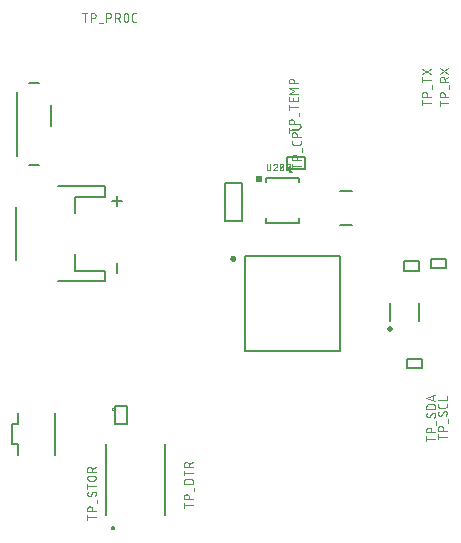
<source format=gbr>
G04 EAGLE Gerber RS-274X export*
G75*
%MOMM*%
%FSLAX34Y34*%
%LPD*%
%INSilkscreen Top*%
%IPPOS*%
%AMOC8*
5,1,8,0,0,1.08239X$1,22.5*%
G01*
%ADD10C,0.150000*%
%ADD11C,0.500000*%
%ADD12C,0.127000*%
%ADD13C,0.177800*%
%ADD14C,0.203200*%
%ADD15C,0.076200*%
%ADD16C,0.254000*%
%ADD17C,0.101600*%
%ADD18R,0.500000X0.500000*%
%ADD19C,0.050800*%
%ADD20C,0.152400*%
%ADD21C,0.200000*%


D10*
X322014Y180976D02*
X322014Y196976D01*
X346514Y196976D02*
X346514Y180976D01*
D11*
X321894Y174246D03*
D12*
X5560Y232770D02*
X5560Y277770D01*
X40560Y295270D02*
X80560Y295270D01*
X80560Y286770D01*
X55560Y286770D01*
X55560Y272770D01*
X55560Y237770D02*
X55560Y223770D01*
X80560Y223770D01*
X80560Y215270D01*
X40560Y215270D01*
D13*
X90791Y279019D02*
X90791Y287316D01*
X94940Y283168D02*
X86642Y283168D01*
X90791Y230166D02*
X90791Y221869D01*
D12*
X356966Y233870D02*
X368966Y233870D01*
X368966Y225870D02*
X356966Y225870D01*
X356616Y226060D02*
X356616Y233680D01*
X369316Y233680D02*
X369316Y226060D01*
X348646Y141542D02*
X336646Y141542D01*
X336646Y149542D02*
X348646Y149542D01*
X348996Y149352D02*
X348996Y141732D01*
X336296Y141732D02*
X336296Y149352D01*
X334106Y231838D02*
X346106Y231838D01*
X346106Y223838D02*
X334106Y223838D01*
X333756Y224028D02*
X333756Y231648D01*
X346456Y231648D02*
X346456Y224028D01*
X38306Y103098D02*
X38306Y68098D01*
X6606Y94098D02*
X6606Y103098D01*
X6606Y94098D02*
X1606Y94098D01*
X1606Y77098D01*
X6606Y77098D01*
X6606Y68098D01*
D14*
X16050Y313210D02*
X24590Y313210D01*
X24590Y382750D02*
X16050Y382750D01*
X6050Y374980D02*
X6050Y320980D01*
X34590Y346710D02*
X34590Y364250D01*
D15*
X364015Y365799D02*
X371381Y365799D01*
X364015Y363753D02*
X364015Y367845D01*
X364015Y370942D02*
X371381Y370942D01*
X364015Y370942D02*
X364015Y372988D01*
X364017Y373077D01*
X364023Y373166D01*
X364033Y373255D01*
X364046Y373343D01*
X364063Y373431D01*
X364085Y373518D01*
X364110Y373603D01*
X364138Y373688D01*
X364171Y373771D01*
X364207Y373853D01*
X364246Y373933D01*
X364289Y374011D01*
X364335Y374087D01*
X364385Y374162D01*
X364438Y374234D01*
X364494Y374303D01*
X364553Y374370D01*
X364614Y374435D01*
X364679Y374496D01*
X364746Y374555D01*
X364815Y374611D01*
X364887Y374664D01*
X364962Y374714D01*
X365038Y374760D01*
X365116Y374803D01*
X365196Y374842D01*
X365278Y374878D01*
X365361Y374911D01*
X365446Y374939D01*
X365531Y374964D01*
X365618Y374986D01*
X365706Y375003D01*
X365794Y375016D01*
X365883Y375026D01*
X365972Y375032D01*
X366061Y375034D01*
X366150Y375032D01*
X366239Y375026D01*
X366328Y375016D01*
X366416Y375003D01*
X366504Y374986D01*
X366591Y374964D01*
X366676Y374939D01*
X366761Y374911D01*
X366844Y374878D01*
X366926Y374842D01*
X367006Y374803D01*
X367084Y374760D01*
X367160Y374714D01*
X367235Y374664D01*
X367307Y374611D01*
X367376Y374555D01*
X367443Y374496D01*
X367508Y374435D01*
X367569Y374370D01*
X367628Y374303D01*
X367684Y374234D01*
X367737Y374162D01*
X367787Y374087D01*
X367833Y374011D01*
X367876Y373933D01*
X367915Y373853D01*
X367951Y373771D01*
X367984Y373688D01*
X368012Y373603D01*
X368037Y373518D01*
X368059Y373431D01*
X368076Y373343D01*
X368089Y373255D01*
X368099Y373166D01*
X368105Y373077D01*
X368107Y372988D01*
X368107Y370942D01*
X372199Y377573D02*
X372199Y380847D01*
X371381Y384043D02*
X364015Y384043D01*
X364015Y386089D01*
X364017Y386178D01*
X364023Y386267D01*
X364033Y386356D01*
X364046Y386444D01*
X364063Y386532D01*
X364085Y386619D01*
X364110Y386704D01*
X364138Y386789D01*
X364171Y386872D01*
X364207Y386954D01*
X364246Y387034D01*
X364289Y387112D01*
X364335Y387188D01*
X364385Y387263D01*
X364438Y387335D01*
X364494Y387404D01*
X364553Y387471D01*
X364614Y387536D01*
X364679Y387597D01*
X364746Y387656D01*
X364815Y387712D01*
X364887Y387765D01*
X364962Y387815D01*
X365038Y387861D01*
X365116Y387904D01*
X365196Y387943D01*
X365278Y387979D01*
X365361Y388012D01*
X365446Y388040D01*
X365531Y388065D01*
X365618Y388087D01*
X365706Y388104D01*
X365794Y388117D01*
X365883Y388127D01*
X365972Y388133D01*
X366061Y388135D01*
X366150Y388133D01*
X366239Y388127D01*
X366328Y388117D01*
X366416Y388104D01*
X366504Y388087D01*
X366591Y388065D01*
X366676Y388040D01*
X366761Y388012D01*
X366844Y387979D01*
X366926Y387943D01*
X367006Y387904D01*
X367084Y387861D01*
X367160Y387815D01*
X367235Y387765D01*
X367307Y387712D01*
X367376Y387656D01*
X367443Y387597D01*
X367508Y387536D01*
X367569Y387471D01*
X367628Y387404D01*
X367684Y387335D01*
X367737Y387263D01*
X367787Y387188D01*
X367833Y387112D01*
X367876Y387034D01*
X367915Y386954D01*
X367951Y386872D01*
X367984Y386789D01*
X368012Y386704D01*
X368037Y386619D01*
X368059Y386532D01*
X368076Y386444D01*
X368089Y386356D01*
X368099Y386267D01*
X368105Y386178D01*
X368107Y386089D01*
X368107Y384043D01*
X368107Y386498D02*
X371381Y388135D01*
X371381Y390898D02*
X364015Y395808D01*
X364015Y390898D02*
X371381Y395808D01*
X356395Y366307D02*
X349029Y366307D01*
X349029Y364261D02*
X349029Y368353D01*
X349029Y371450D02*
X356395Y371450D01*
X349029Y371450D02*
X349029Y373496D01*
X349031Y373585D01*
X349037Y373674D01*
X349047Y373763D01*
X349060Y373851D01*
X349077Y373939D01*
X349099Y374026D01*
X349124Y374111D01*
X349152Y374196D01*
X349185Y374279D01*
X349221Y374361D01*
X349260Y374441D01*
X349303Y374519D01*
X349349Y374595D01*
X349399Y374670D01*
X349452Y374742D01*
X349508Y374811D01*
X349567Y374878D01*
X349628Y374943D01*
X349693Y375004D01*
X349760Y375063D01*
X349829Y375119D01*
X349901Y375172D01*
X349976Y375222D01*
X350052Y375268D01*
X350130Y375311D01*
X350210Y375350D01*
X350292Y375386D01*
X350375Y375419D01*
X350460Y375447D01*
X350545Y375472D01*
X350632Y375494D01*
X350720Y375511D01*
X350808Y375524D01*
X350897Y375534D01*
X350986Y375540D01*
X351075Y375542D01*
X351164Y375540D01*
X351253Y375534D01*
X351342Y375524D01*
X351430Y375511D01*
X351518Y375494D01*
X351605Y375472D01*
X351690Y375447D01*
X351775Y375419D01*
X351858Y375386D01*
X351940Y375350D01*
X352020Y375311D01*
X352098Y375268D01*
X352174Y375222D01*
X352249Y375172D01*
X352321Y375119D01*
X352390Y375063D01*
X352457Y375004D01*
X352522Y374943D01*
X352583Y374878D01*
X352642Y374811D01*
X352698Y374742D01*
X352751Y374670D01*
X352801Y374595D01*
X352847Y374519D01*
X352890Y374441D01*
X352929Y374361D01*
X352965Y374279D01*
X352998Y374196D01*
X353026Y374111D01*
X353051Y374026D01*
X353073Y373939D01*
X353090Y373851D01*
X353103Y373763D01*
X353113Y373674D01*
X353119Y373585D01*
X353121Y373496D01*
X353121Y371450D01*
X357213Y378081D02*
X357213Y381355D01*
X356395Y385814D02*
X349029Y385814D01*
X349029Y383768D02*
X349029Y387860D01*
X349029Y395097D02*
X356395Y390186D01*
X356395Y395097D02*
X349029Y390186D01*
D12*
X199522Y236342D02*
X199522Y156342D01*
X199522Y236342D02*
X279522Y236342D01*
X279522Y156342D01*
X199522Y156342D01*
D16*
X187452Y234442D02*
X187454Y234513D01*
X187460Y234584D01*
X187470Y234655D01*
X187484Y234725D01*
X187502Y234794D01*
X187523Y234861D01*
X187549Y234928D01*
X187578Y234993D01*
X187610Y235056D01*
X187647Y235118D01*
X187686Y235177D01*
X187729Y235234D01*
X187775Y235288D01*
X187824Y235340D01*
X187876Y235389D01*
X187930Y235435D01*
X187987Y235478D01*
X188046Y235517D01*
X188108Y235554D01*
X188171Y235586D01*
X188236Y235615D01*
X188303Y235641D01*
X188370Y235662D01*
X188439Y235680D01*
X188509Y235694D01*
X188580Y235704D01*
X188651Y235710D01*
X188722Y235712D01*
X188793Y235710D01*
X188864Y235704D01*
X188935Y235694D01*
X189005Y235680D01*
X189074Y235662D01*
X189141Y235641D01*
X189208Y235615D01*
X189273Y235586D01*
X189336Y235554D01*
X189398Y235517D01*
X189457Y235478D01*
X189514Y235435D01*
X189568Y235389D01*
X189620Y235340D01*
X189669Y235288D01*
X189715Y235234D01*
X189758Y235177D01*
X189797Y235118D01*
X189834Y235056D01*
X189866Y234993D01*
X189895Y234928D01*
X189921Y234861D01*
X189942Y234794D01*
X189960Y234725D01*
X189974Y234655D01*
X189984Y234584D01*
X189990Y234513D01*
X189992Y234442D01*
X189990Y234371D01*
X189984Y234300D01*
X189974Y234229D01*
X189960Y234159D01*
X189942Y234090D01*
X189921Y234023D01*
X189895Y233956D01*
X189866Y233891D01*
X189834Y233828D01*
X189797Y233766D01*
X189758Y233707D01*
X189715Y233650D01*
X189669Y233596D01*
X189620Y233544D01*
X189568Y233495D01*
X189514Y233449D01*
X189457Y233406D01*
X189398Y233367D01*
X189336Y233330D01*
X189273Y233298D01*
X189208Y233269D01*
X189141Y233243D01*
X189074Y233222D01*
X189005Y233204D01*
X188935Y233190D01*
X188864Y233180D01*
X188793Y233174D01*
X188722Y233172D01*
X188651Y233174D01*
X188580Y233180D01*
X188509Y233190D01*
X188439Y233204D01*
X188370Y233222D01*
X188303Y233243D01*
X188236Y233269D01*
X188171Y233298D01*
X188108Y233330D01*
X188046Y233367D01*
X187987Y233406D01*
X187930Y233449D01*
X187876Y233495D01*
X187824Y233544D01*
X187775Y233596D01*
X187729Y233650D01*
X187686Y233707D01*
X187647Y233766D01*
X187610Y233828D01*
X187578Y233891D01*
X187549Y233956D01*
X187523Y234023D01*
X187502Y234090D01*
X187484Y234159D01*
X187470Y234229D01*
X187460Y234300D01*
X187454Y234371D01*
X187452Y234442D01*
D12*
X88984Y109808D02*
X88984Y94408D01*
X99484Y94408D01*
X99484Y109808D01*
X88984Y109808D01*
D17*
X88734Y107108D02*
X86734Y106108D01*
X86734Y108108D01*
X88734Y107108D01*
D12*
X216632Y298718D02*
X216632Y302718D01*
X244632Y302718D01*
X244632Y298718D01*
X216632Y268718D02*
X216632Y264718D01*
X244632Y264718D01*
X244632Y268718D01*
D18*
X211132Y301218D03*
D19*
X217424Y310416D02*
X217424Y314452D01*
X217424Y310416D02*
X217426Y310339D01*
X217432Y310261D01*
X217441Y310185D01*
X217455Y310108D01*
X217472Y310033D01*
X217493Y309959D01*
X217518Y309885D01*
X217546Y309813D01*
X217578Y309743D01*
X217613Y309674D01*
X217652Y309607D01*
X217694Y309542D01*
X217739Y309479D01*
X217787Y309418D01*
X217838Y309360D01*
X217892Y309305D01*
X217949Y309252D01*
X218008Y309203D01*
X218070Y309156D01*
X218134Y309112D01*
X218200Y309072D01*
X218268Y309035D01*
X218338Y309001D01*
X218409Y308971D01*
X218482Y308945D01*
X218556Y308922D01*
X218631Y308903D01*
X218706Y308888D01*
X218783Y308876D01*
X218860Y308868D01*
X218937Y308864D01*
X219015Y308864D01*
X219092Y308868D01*
X219169Y308876D01*
X219246Y308888D01*
X219321Y308903D01*
X219396Y308922D01*
X219470Y308945D01*
X219543Y308971D01*
X219614Y309001D01*
X219684Y309035D01*
X219752Y309072D01*
X219818Y309112D01*
X219882Y309156D01*
X219944Y309203D01*
X220003Y309252D01*
X220060Y309305D01*
X220114Y309360D01*
X220165Y309418D01*
X220213Y309479D01*
X220258Y309542D01*
X220300Y309607D01*
X220339Y309674D01*
X220374Y309743D01*
X220406Y309813D01*
X220434Y309885D01*
X220459Y309959D01*
X220480Y310033D01*
X220497Y310108D01*
X220511Y310185D01*
X220520Y310261D01*
X220526Y310339D01*
X220528Y310416D01*
X220528Y314452D01*
X224801Y314452D02*
X224874Y314450D01*
X224947Y314444D01*
X225020Y314435D01*
X225091Y314421D01*
X225163Y314404D01*
X225233Y314384D01*
X225302Y314359D01*
X225369Y314331D01*
X225435Y314300D01*
X225500Y314265D01*
X225562Y314227D01*
X225622Y314185D01*
X225680Y314141D01*
X225736Y314093D01*
X225789Y314043D01*
X225839Y313990D01*
X225887Y313934D01*
X225931Y313876D01*
X225973Y313816D01*
X226011Y313754D01*
X226046Y313689D01*
X226077Y313623D01*
X226105Y313556D01*
X226130Y313487D01*
X226150Y313417D01*
X226167Y313345D01*
X226181Y313274D01*
X226190Y313201D01*
X226196Y313128D01*
X226198Y313055D01*
X224801Y314452D02*
X224717Y314450D01*
X224634Y314444D01*
X224551Y314435D01*
X224469Y314421D01*
X224387Y314404D01*
X224306Y314382D01*
X224226Y314357D01*
X224148Y314329D01*
X224070Y314297D01*
X223995Y314261D01*
X223921Y314222D01*
X223849Y314179D01*
X223779Y314133D01*
X223712Y314084D01*
X223646Y314031D01*
X223584Y313976D01*
X223524Y313918D01*
X223466Y313857D01*
X223412Y313794D01*
X223360Y313728D01*
X223312Y313660D01*
X223267Y313589D01*
X223225Y313517D01*
X223187Y313442D01*
X223152Y313366D01*
X223121Y313289D01*
X223093Y313210D01*
X225731Y311969D02*
X225785Y312022D01*
X225836Y312079D01*
X225884Y312138D01*
X225929Y312199D01*
X225970Y312262D01*
X226009Y312328D01*
X226044Y312395D01*
X226076Y312464D01*
X226104Y312535D01*
X226128Y312606D01*
X226149Y312679D01*
X226166Y312753D01*
X226180Y312828D01*
X226189Y312903D01*
X226195Y312979D01*
X226197Y313055D01*
X225732Y311968D02*
X223093Y308864D01*
X226198Y308864D01*
X228580Y311658D02*
X228582Y311789D01*
X228587Y311919D01*
X228597Y312049D01*
X228610Y312179D01*
X228626Y312309D01*
X228646Y312438D01*
X228670Y312566D01*
X228698Y312693D01*
X228729Y312820D01*
X228764Y312946D01*
X228802Y313071D01*
X228844Y313195D01*
X228889Y313317D01*
X228938Y313438D01*
X228990Y313558D01*
X229046Y313676D01*
X229045Y313676D02*
X229068Y313736D01*
X229094Y313796D01*
X229123Y313853D01*
X229156Y313909D01*
X229192Y313963D01*
X229230Y314015D01*
X229272Y314065D01*
X229316Y314112D01*
X229363Y314157D01*
X229413Y314199D01*
X229464Y314238D01*
X229518Y314274D01*
X229574Y314307D01*
X229631Y314337D01*
X229690Y314364D01*
X229751Y314387D01*
X229812Y314407D01*
X229875Y314423D01*
X229939Y314436D01*
X230003Y314445D01*
X230067Y314450D01*
X230132Y314452D01*
X230197Y314450D01*
X230261Y314445D01*
X230325Y314436D01*
X230389Y314423D01*
X230452Y314407D01*
X230513Y314387D01*
X230574Y314364D01*
X230633Y314337D01*
X230690Y314307D01*
X230746Y314274D01*
X230800Y314238D01*
X230851Y314199D01*
X230901Y314157D01*
X230948Y314112D01*
X230992Y314065D01*
X231034Y314015D01*
X231072Y313963D01*
X231108Y313909D01*
X231141Y313853D01*
X231170Y313796D01*
X231196Y313736D01*
X231219Y313676D01*
X231218Y313676D02*
X231274Y313558D01*
X231326Y313438D01*
X231375Y313317D01*
X231420Y313195D01*
X231462Y313071D01*
X231500Y312946D01*
X231535Y312820D01*
X231566Y312694D01*
X231594Y312566D01*
X231618Y312438D01*
X231638Y312309D01*
X231654Y312179D01*
X231667Y312049D01*
X231677Y311919D01*
X231682Y311789D01*
X231684Y311658D01*
X228580Y311658D02*
X228582Y311527D01*
X228587Y311397D01*
X228597Y311267D01*
X228610Y311137D01*
X228626Y311007D01*
X228646Y310878D01*
X228670Y310750D01*
X228698Y310623D01*
X228729Y310496D01*
X228764Y310370D01*
X228802Y310245D01*
X228844Y310121D01*
X228889Y309999D01*
X228938Y309878D01*
X228990Y309758D01*
X229046Y309640D01*
X229045Y309640D02*
X229068Y309580D01*
X229094Y309520D01*
X229123Y309463D01*
X229156Y309407D01*
X229192Y309353D01*
X229230Y309301D01*
X229272Y309251D01*
X229316Y309204D01*
X229363Y309159D01*
X229413Y309117D01*
X229464Y309078D01*
X229518Y309042D01*
X229574Y309009D01*
X229631Y308979D01*
X229690Y308952D01*
X229751Y308929D01*
X229812Y308909D01*
X229875Y308893D01*
X229939Y308880D01*
X230003Y308871D01*
X230067Y308866D01*
X230132Y308864D01*
X231218Y309640D02*
X231274Y309758D01*
X231326Y309878D01*
X231375Y309999D01*
X231420Y310121D01*
X231462Y310245D01*
X231500Y310370D01*
X231535Y310496D01*
X231566Y310622D01*
X231594Y310750D01*
X231618Y310878D01*
X231638Y311007D01*
X231654Y311137D01*
X231667Y311267D01*
X231677Y311397D01*
X231682Y311527D01*
X231684Y311658D01*
X231219Y309640D02*
X231196Y309580D01*
X231170Y309520D01*
X231141Y309463D01*
X231108Y309407D01*
X231072Y309353D01*
X231034Y309301D01*
X230992Y309251D01*
X230948Y309204D01*
X230901Y309159D01*
X230851Y309117D01*
X230800Y309078D01*
X230746Y309042D01*
X230690Y309009D01*
X230633Y308979D01*
X230574Y308952D01*
X230513Y308929D01*
X230452Y308909D01*
X230389Y308893D01*
X230325Y308880D01*
X230261Y308871D01*
X230197Y308866D01*
X230132Y308864D01*
X228890Y310106D02*
X231374Y313210D01*
X234066Y308864D02*
X235618Y308864D01*
X235695Y308866D01*
X235773Y308872D01*
X235849Y308881D01*
X235926Y308895D01*
X236001Y308912D01*
X236075Y308933D01*
X236149Y308958D01*
X236221Y308986D01*
X236291Y309018D01*
X236360Y309053D01*
X236427Y309092D01*
X236492Y309134D01*
X236555Y309179D01*
X236616Y309227D01*
X236674Y309278D01*
X236729Y309332D01*
X236782Y309389D01*
X236831Y309448D01*
X236878Y309510D01*
X236922Y309574D01*
X236962Y309640D01*
X236999Y309708D01*
X237033Y309778D01*
X237063Y309849D01*
X237089Y309922D01*
X237112Y309996D01*
X237131Y310071D01*
X237146Y310146D01*
X237158Y310223D01*
X237166Y310300D01*
X237170Y310377D01*
X237170Y310455D01*
X237166Y310532D01*
X237158Y310609D01*
X237146Y310686D01*
X237131Y310761D01*
X237112Y310836D01*
X237089Y310910D01*
X237063Y310983D01*
X237033Y311054D01*
X236999Y311124D01*
X236962Y311192D01*
X236922Y311258D01*
X236878Y311322D01*
X236831Y311384D01*
X236782Y311443D01*
X236729Y311500D01*
X236674Y311554D01*
X236616Y311605D01*
X236555Y311653D01*
X236492Y311698D01*
X236427Y311740D01*
X236360Y311779D01*
X236291Y311814D01*
X236221Y311846D01*
X236149Y311874D01*
X236075Y311899D01*
X236001Y311920D01*
X235926Y311937D01*
X235849Y311951D01*
X235773Y311960D01*
X235695Y311966D01*
X235618Y311968D01*
X235929Y314452D02*
X234066Y314452D01*
X235929Y314452D02*
X235999Y314450D01*
X236068Y314444D01*
X236137Y314434D01*
X236205Y314421D01*
X236273Y314403D01*
X236339Y314382D01*
X236404Y314357D01*
X236468Y314329D01*
X236530Y314297D01*
X236590Y314262D01*
X236648Y314223D01*
X236703Y314181D01*
X236757Y314136D01*
X236807Y314088D01*
X236855Y314038D01*
X236900Y313984D01*
X236942Y313929D01*
X236981Y313871D01*
X237016Y313811D01*
X237048Y313749D01*
X237076Y313685D01*
X237101Y313620D01*
X237122Y313554D01*
X237140Y313486D01*
X237153Y313418D01*
X237163Y313349D01*
X237169Y313280D01*
X237171Y313210D01*
X237169Y313140D01*
X237163Y313071D01*
X237153Y313002D01*
X237140Y312934D01*
X237122Y312866D01*
X237101Y312800D01*
X237076Y312735D01*
X237048Y312671D01*
X237016Y312609D01*
X236981Y312549D01*
X236942Y312491D01*
X236900Y312436D01*
X236855Y312382D01*
X236807Y312332D01*
X236757Y312284D01*
X236703Y312239D01*
X236648Y312197D01*
X236590Y312158D01*
X236530Y312123D01*
X236468Y312091D01*
X236404Y312063D01*
X236339Y312038D01*
X236273Y312017D01*
X236205Y311999D01*
X236137Y311986D01*
X236068Y311976D01*
X235999Y311970D01*
X235929Y311968D01*
X234687Y311968D01*
D12*
X234870Y309710D02*
X250270Y309710D01*
X250270Y320210D01*
X234870Y320210D01*
X234870Y309710D01*
D17*
X237570Y309460D02*
X238570Y307460D01*
X236570Y307460D01*
X237570Y309460D01*
D20*
X279400Y291338D02*
X290068Y291338D01*
X290068Y262382D02*
X279400Y262382D01*
D12*
X196977Y266446D02*
X196977Y298450D01*
X196977Y266446D02*
X181991Y266446D01*
X181991Y298450D01*
X196977Y298450D01*
D21*
X86122Y6390D02*
X86124Y6453D01*
X86130Y6515D01*
X86140Y6577D01*
X86153Y6639D01*
X86171Y6699D01*
X86192Y6758D01*
X86217Y6816D01*
X86246Y6872D01*
X86278Y6926D01*
X86313Y6978D01*
X86351Y7027D01*
X86393Y7075D01*
X86437Y7119D01*
X86485Y7161D01*
X86534Y7199D01*
X86586Y7234D01*
X86640Y7266D01*
X86696Y7295D01*
X86754Y7320D01*
X86813Y7341D01*
X86873Y7359D01*
X86935Y7372D01*
X86997Y7382D01*
X87059Y7388D01*
X87122Y7390D01*
X87185Y7388D01*
X87247Y7382D01*
X87309Y7372D01*
X87371Y7359D01*
X87431Y7341D01*
X87490Y7320D01*
X87548Y7295D01*
X87604Y7266D01*
X87658Y7234D01*
X87710Y7199D01*
X87759Y7161D01*
X87807Y7119D01*
X87851Y7075D01*
X87893Y7027D01*
X87931Y6978D01*
X87966Y6926D01*
X87998Y6872D01*
X88027Y6816D01*
X88052Y6758D01*
X88073Y6699D01*
X88091Y6639D01*
X88104Y6577D01*
X88114Y6515D01*
X88120Y6453D01*
X88122Y6390D01*
X88120Y6327D01*
X88114Y6265D01*
X88104Y6203D01*
X88091Y6141D01*
X88073Y6081D01*
X88052Y6022D01*
X88027Y5964D01*
X87998Y5908D01*
X87966Y5854D01*
X87931Y5802D01*
X87893Y5753D01*
X87851Y5705D01*
X87807Y5661D01*
X87759Y5619D01*
X87710Y5581D01*
X87658Y5546D01*
X87604Y5514D01*
X87548Y5485D01*
X87490Y5460D01*
X87431Y5439D01*
X87371Y5421D01*
X87309Y5408D01*
X87247Y5398D01*
X87185Y5392D01*
X87122Y5390D01*
X87059Y5392D01*
X86997Y5398D01*
X86935Y5408D01*
X86873Y5421D01*
X86813Y5439D01*
X86754Y5460D01*
X86696Y5485D01*
X86640Y5514D01*
X86586Y5546D01*
X86534Y5581D01*
X86485Y5619D01*
X86437Y5661D01*
X86393Y5705D01*
X86351Y5753D01*
X86313Y5802D01*
X86278Y5854D01*
X86246Y5908D01*
X86217Y5964D01*
X86192Y6022D01*
X86171Y6081D01*
X86153Y6141D01*
X86140Y6203D01*
X86130Y6265D01*
X86124Y6327D01*
X86122Y6390D01*
D12*
X81172Y16990D02*
X81172Y76990D01*
X131172Y76990D02*
X131172Y16990D01*
D15*
X238824Y312617D02*
X246190Y312617D01*
X238824Y310571D02*
X238824Y314663D01*
X238824Y317760D02*
X246190Y317760D01*
X238824Y317760D02*
X238824Y319806D01*
X238826Y319895D01*
X238832Y319984D01*
X238842Y320073D01*
X238855Y320161D01*
X238872Y320249D01*
X238894Y320336D01*
X238919Y320421D01*
X238947Y320506D01*
X238980Y320589D01*
X239016Y320671D01*
X239055Y320751D01*
X239098Y320829D01*
X239144Y320905D01*
X239194Y320980D01*
X239247Y321052D01*
X239303Y321121D01*
X239362Y321188D01*
X239423Y321253D01*
X239488Y321314D01*
X239555Y321373D01*
X239624Y321429D01*
X239696Y321482D01*
X239771Y321532D01*
X239847Y321578D01*
X239925Y321621D01*
X240005Y321660D01*
X240087Y321696D01*
X240170Y321729D01*
X240255Y321757D01*
X240340Y321782D01*
X240427Y321804D01*
X240515Y321821D01*
X240603Y321834D01*
X240692Y321844D01*
X240781Y321850D01*
X240870Y321852D01*
X240959Y321850D01*
X241048Y321844D01*
X241137Y321834D01*
X241225Y321821D01*
X241313Y321804D01*
X241400Y321782D01*
X241485Y321757D01*
X241570Y321729D01*
X241653Y321696D01*
X241735Y321660D01*
X241815Y321621D01*
X241893Y321578D01*
X241969Y321532D01*
X242044Y321482D01*
X242116Y321429D01*
X242185Y321373D01*
X242252Y321314D01*
X242317Y321253D01*
X242378Y321188D01*
X242437Y321121D01*
X242493Y321052D01*
X242546Y320980D01*
X242596Y320905D01*
X242642Y320829D01*
X242685Y320751D01*
X242724Y320671D01*
X242760Y320589D01*
X242793Y320506D01*
X242821Y320421D01*
X242846Y320336D01*
X242868Y320249D01*
X242885Y320161D01*
X242898Y320073D01*
X242908Y319984D01*
X242914Y319895D01*
X242916Y319806D01*
X242916Y317760D01*
X247008Y324391D02*
X247008Y327665D01*
X246190Y332180D02*
X246190Y333816D01*
X246190Y332180D02*
X246188Y332102D01*
X246183Y332024D01*
X246173Y331947D01*
X246160Y331870D01*
X246144Y331794D01*
X246124Y331719D01*
X246100Y331645D01*
X246073Y331572D01*
X246042Y331500D01*
X246008Y331430D01*
X245971Y331362D01*
X245930Y331295D01*
X245886Y331230D01*
X245840Y331168D01*
X245790Y331108D01*
X245738Y331050D01*
X245683Y330995D01*
X245625Y330943D01*
X245565Y330893D01*
X245503Y330847D01*
X245438Y330803D01*
X245372Y330762D01*
X245303Y330725D01*
X245233Y330691D01*
X245161Y330660D01*
X245088Y330633D01*
X245014Y330609D01*
X244939Y330589D01*
X244863Y330573D01*
X244786Y330560D01*
X244709Y330550D01*
X244631Y330545D01*
X244553Y330543D01*
X240461Y330543D01*
X240381Y330545D01*
X240301Y330551D01*
X240221Y330561D01*
X240142Y330574D01*
X240063Y330592D01*
X239986Y330613D01*
X239910Y330639D01*
X239835Y330668D01*
X239761Y330700D01*
X239689Y330736D01*
X239619Y330776D01*
X239552Y330819D01*
X239486Y330865D01*
X239423Y330915D01*
X239362Y330967D01*
X239303Y331022D01*
X239248Y331081D01*
X239196Y331141D01*
X239146Y331205D01*
X239100Y331270D01*
X239057Y331338D01*
X239017Y331408D01*
X238981Y331480D01*
X238949Y331554D01*
X238920Y331628D01*
X238895Y331705D01*
X238873Y331782D01*
X238855Y331861D01*
X238842Y331940D01*
X238832Y332019D01*
X238826Y332100D01*
X238824Y332180D01*
X238824Y333816D01*
X238824Y337023D02*
X246190Y337023D01*
X238824Y337023D02*
X238824Y339069D01*
X238826Y339158D01*
X238832Y339247D01*
X238842Y339336D01*
X238855Y339424D01*
X238872Y339512D01*
X238894Y339599D01*
X238919Y339684D01*
X238947Y339769D01*
X238980Y339852D01*
X239016Y339934D01*
X239055Y340014D01*
X239098Y340092D01*
X239144Y340168D01*
X239194Y340243D01*
X239247Y340315D01*
X239303Y340384D01*
X239362Y340451D01*
X239423Y340516D01*
X239488Y340577D01*
X239555Y340636D01*
X239624Y340692D01*
X239696Y340745D01*
X239771Y340795D01*
X239847Y340841D01*
X239925Y340884D01*
X240005Y340923D01*
X240087Y340959D01*
X240170Y340992D01*
X240255Y341020D01*
X240340Y341045D01*
X240427Y341067D01*
X240515Y341084D01*
X240603Y341097D01*
X240692Y341107D01*
X240781Y341113D01*
X240870Y341115D01*
X240959Y341113D01*
X241048Y341107D01*
X241137Y341097D01*
X241225Y341084D01*
X241313Y341067D01*
X241400Y341045D01*
X241485Y341020D01*
X241570Y340992D01*
X241653Y340959D01*
X241735Y340923D01*
X241815Y340884D01*
X241893Y340841D01*
X241969Y340795D01*
X242044Y340745D01*
X242116Y340692D01*
X242185Y340636D01*
X242252Y340577D01*
X242317Y340516D01*
X242378Y340451D01*
X242437Y340384D01*
X242493Y340315D01*
X242546Y340243D01*
X242596Y340168D01*
X242642Y340092D01*
X242685Y340014D01*
X242724Y339934D01*
X242760Y339852D01*
X242793Y339769D01*
X242821Y339684D01*
X242846Y339599D01*
X242868Y339512D01*
X242885Y339424D01*
X242898Y339336D01*
X242908Y339247D01*
X242914Y339158D01*
X242916Y339069D01*
X242916Y337023D01*
X244144Y344221D02*
X238824Y344221D01*
X244144Y344221D02*
X244233Y344223D01*
X244322Y344229D01*
X244411Y344239D01*
X244499Y344252D01*
X244587Y344269D01*
X244674Y344291D01*
X244759Y344316D01*
X244844Y344344D01*
X244927Y344377D01*
X245009Y344413D01*
X245089Y344452D01*
X245167Y344495D01*
X245243Y344541D01*
X245318Y344591D01*
X245390Y344644D01*
X245459Y344700D01*
X245526Y344759D01*
X245591Y344820D01*
X245652Y344885D01*
X245711Y344952D01*
X245767Y345021D01*
X245820Y345093D01*
X245870Y345168D01*
X245916Y345244D01*
X245959Y345322D01*
X245998Y345402D01*
X246034Y345484D01*
X246067Y345567D01*
X246095Y345652D01*
X246120Y345737D01*
X246142Y345824D01*
X246159Y345912D01*
X246172Y346000D01*
X246182Y346089D01*
X246188Y346178D01*
X246190Y346267D01*
X246188Y346356D01*
X246182Y346445D01*
X246172Y346534D01*
X246159Y346622D01*
X246142Y346710D01*
X246120Y346797D01*
X246095Y346882D01*
X246067Y346967D01*
X246034Y347050D01*
X245998Y347132D01*
X245959Y347212D01*
X245916Y347290D01*
X245870Y347366D01*
X245820Y347441D01*
X245767Y347513D01*
X245711Y347582D01*
X245652Y347649D01*
X245591Y347714D01*
X245526Y347775D01*
X245459Y347834D01*
X245390Y347890D01*
X245318Y347943D01*
X245243Y347993D01*
X245167Y348039D01*
X245089Y348082D01*
X245009Y348121D01*
X244927Y348157D01*
X244844Y348190D01*
X244759Y348218D01*
X244674Y348243D01*
X244587Y348265D01*
X244499Y348282D01*
X244411Y348295D01*
X244322Y348305D01*
X244233Y348311D01*
X244144Y348313D01*
X238824Y348313D01*
X63435Y434658D02*
X63435Y442024D01*
X61389Y442024D02*
X65481Y442024D01*
X68578Y442024D02*
X68578Y434658D01*
X68578Y442024D02*
X70624Y442024D01*
X70713Y442022D01*
X70802Y442016D01*
X70891Y442006D01*
X70979Y441993D01*
X71067Y441976D01*
X71154Y441954D01*
X71239Y441929D01*
X71324Y441901D01*
X71407Y441868D01*
X71489Y441832D01*
X71569Y441793D01*
X71647Y441750D01*
X71723Y441704D01*
X71798Y441654D01*
X71870Y441601D01*
X71939Y441545D01*
X72006Y441486D01*
X72071Y441425D01*
X72132Y441360D01*
X72191Y441293D01*
X72247Y441224D01*
X72300Y441152D01*
X72350Y441077D01*
X72396Y441001D01*
X72439Y440923D01*
X72478Y440843D01*
X72514Y440761D01*
X72547Y440678D01*
X72575Y440593D01*
X72600Y440508D01*
X72622Y440421D01*
X72639Y440333D01*
X72652Y440245D01*
X72662Y440156D01*
X72668Y440067D01*
X72670Y439978D01*
X72668Y439889D01*
X72662Y439800D01*
X72652Y439711D01*
X72639Y439623D01*
X72622Y439535D01*
X72600Y439448D01*
X72575Y439363D01*
X72547Y439278D01*
X72514Y439195D01*
X72478Y439113D01*
X72439Y439033D01*
X72396Y438955D01*
X72350Y438879D01*
X72300Y438804D01*
X72247Y438732D01*
X72191Y438663D01*
X72132Y438596D01*
X72071Y438531D01*
X72006Y438470D01*
X71939Y438411D01*
X71870Y438355D01*
X71798Y438302D01*
X71723Y438252D01*
X71647Y438206D01*
X71569Y438163D01*
X71489Y438124D01*
X71407Y438088D01*
X71324Y438055D01*
X71239Y438027D01*
X71154Y438002D01*
X71067Y437980D01*
X70979Y437963D01*
X70891Y437950D01*
X70802Y437940D01*
X70713Y437934D01*
X70624Y437932D01*
X68578Y437932D01*
X75209Y433840D02*
X78483Y433840D01*
X81745Y434658D02*
X81745Y442024D01*
X83791Y442024D01*
X83880Y442022D01*
X83969Y442016D01*
X84058Y442006D01*
X84146Y441993D01*
X84234Y441976D01*
X84321Y441954D01*
X84406Y441929D01*
X84491Y441901D01*
X84574Y441868D01*
X84656Y441832D01*
X84736Y441793D01*
X84814Y441750D01*
X84890Y441704D01*
X84965Y441654D01*
X85037Y441601D01*
X85106Y441545D01*
X85173Y441486D01*
X85238Y441425D01*
X85299Y441360D01*
X85358Y441293D01*
X85414Y441224D01*
X85467Y441152D01*
X85517Y441077D01*
X85563Y441001D01*
X85606Y440923D01*
X85645Y440843D01*
X85681Y440761D01*
X85714Y440678D01*
X85742Y440593D01*
X85767Y440508D01*
X85789Y440421D01*
X85806Y440333D01*
X85819Y440245D01*
X85829Y440156D01*
X85835Y440067D01*
X85837Y439978D01*
X85835Y439889D01*
X85829Y439800D01*
X85819Y439711D01*
X85806Y439623D01*
X85789Y439535D01*
X85767Y439448D01*
X85742Y439363D01*
X85714Y439278D01*
X85681Y439195D01*
X85645Y439113D01*
X85606Y439033D01*
X85563Y438955D01*
X85517Y438879D01*
X85467Y438804D01*
X85414Y438732D01*
X85358Y438663D01*
X85299Y438596D01*
X85238Y438531D01*
X85173Y438470D01*
X85106Y438411D01*
X85037Y438355D01*
X84965Y438302D01*
X84890Y438252D01*
X84814Y438206D01*
X84736Y438163D01*
X84656Y438124D01*
X84574Y438088D01*
X84491Y438055D01*
X84406Y438027D01*
X84321Y438002D01*
X84234Y437980D01*
X84146Y437963D01*
X84058Y437950D01*
X83969Y437940D01*
X83880Y437934D01*
X83791Y437932D01*
X81745Y437932D01*
X88994Y434658D02*
X88994Y442024D01*
X91040Y442024D01*
X91129Y442022D01*
X91218Y442016D01*
X91307Y442006D01*
X91395Y441993D01*
X91483Y441976D01*
X91570Y441954D01*
X91655Y441929D01*
X91740Y441901D01*
X91823Y441868D01*
X91905Y441832D01*
X91985Y441793D01*
X92063Y441750D01*
X92139Y441704D01*
X92214Y441654D01*
X92286Y441601D01*
X92355Y441545D01*
X92422Y441486D01*
X92487Y441425D01*
X92548Y441360D01*
X92607Y441293D01*
X92663Y441224D01*
X92716Y441152D01*
X92766Y441077D01*
X92812Y441001D01*
X92855Y440923D01*
X92894Y440843D01*
X92930Y440761D01*
X92963Y440678D01*
X92991Y440593D01*
X93016Y440508D01*
X93038Y440421D01*
X93055Y440333D01*
X93068Y440245D01*
X93078Y440156D01*
X93084Y440067D01*
X93086Y439978D01*
X93084Y439889D01*
X93078Y439800D01*
X93068Y439711D01*
X93055Y439623D01*
X93038Y439535D01*
X93016Y439448D01*
X92991Y439363D01*
X92963Y439278D01*
X92930Y439195D01*
X92894Y439113D01*
X92855Y439033D01*
X92812Y438955D01*
X92766Y438879D01*
X92716Y438804D01*
X92663Y438732D01*
X92607Y438663D01*
X92548Y438596D01*
X92487Y438531D01*
X92422Y438470D01*
X92355Y438411D01*
X92286Y438355D01*
X92214Y438302D01*
X92139Y438252D01*
X92063Y438206D01*
X91985Y438163D01*
X91905Y438124D01*
X91823Y438088D01*
X91740Y438055D01*
X91655Y438027D01*
X91570Y438002D01*
X91483Y437980D01*
X91395Y437963D01*
X91307Y437950D01*
X91218Y437940D01*
X91129Y437934D01*
X91040Y437932D01*
X88994Y437932D01*
X91449Y437932D02*
X93086Y434658D01*
X96258Y436704D02*
X96258Y439978D01*
X96260Y440067D01*
X96266Y440156D01*
X96276Y440245D01*
X96289Y440333D01*
X96306Y440421D01*
X96328Y440508D01*
X96353Y440593D01*
X96381Y440678D01*
X96414Y440761D01*
X96450Y440843D01*
X96489Y440923D01*
X96532Y441001D01*
X96578Y441077D01*
X96628Y441152D01*
X96681Y441224D01*
X96737Y441293D01*
X96796Y441360D01*
X96857Y441425D01*
X96922Y441486D01*
X96989Y441545D01*
X97058Y441601D01*
X97130Y441654D01*
X97205Y441704D01*
X97281Y441750D01*
X97359Y441793D01*
X97439Y441832D01*
X97521Y441868D01*
X97604Y441901D01*
X97689Y441929D01*
X97774Y441954D01*
X97861Y441976D01*
X97949Y441993D01*
X98037Y442006D01*
X98126Y442016D01*
X98215Y442022D01*
X98304Y442024D01*
X98393Y442022D01*
X98482Y442016D01*
X98571Y442006D01*
X98659Y441993D01*
X98747Y441976D01*
X98834Y441954D01*
X98919Y441929D01*
X99004Y441901D01*
X99087Y441868D01*
X99169Y441832D01*
X99249Y441793D01*
X99327Y441750D01*
X99403Y441704D01*
X99478Y441654D01*
X99550Y441601D01*
X99619Y441545D01*
X99686Y441486D01*
X99751Y441425D01*
X99812Y441360D01*
X99871Y441293D01*
X99927Y441224D01*
X99980Y441152D01*
X100030Y441077D01*
X100076Y441001D01*
X100119Y440923D01*
X100158Y440843D01*
X100194Y440761D01*
X100227Y440678D01*
X100255Y440593D01*
X100280Y440508D01*
X100302Y440421D01*
X100319Y440333D01*
X100332Y440245D01*
X100342Y440156D01*
X100348Y440067D01*
X100350Y439978D01*
X100350Y436704D01*
X100348Y436615D01*
X100342Y436526D01*
X100332Y436437D01*
X100319Y436349D01*
X100302Y436261D01*
X100280Y436174D01*
X100255Y436089D01*
X100227Y436004D01*
X100194Y435921D01*
X100158Y435839D01*
X100119Y435759D01*
X100076Y435681D01*
X100030Y435605D01*
X99980Y435530D01*
X99927Y435458D01*
X99871Y435389D01*
X99812Y435322D01*
X99751Y435257D01*
X99686Y435196D01*
X99619Y435137D01*
X99550Y435081D01*
X99478Y435028D01*
X99403Y434978D01*
X99327Y434932D01*
X99249Y434889D01*
X99169Y434850D01*
X99087Y434814D01*
X99004Y434781D01*
X98919Y434753D01*
X98834Y434728D01*
X98747Y434706D01*
X98659Y434689D01*
X98571Y434676D01*
X98482Y434666D01*
X98393Y434660D01*
X98304Y434658D01*
X98215Y434660D01*
X98126Y434666D01*
X98037Y434676D01*
X97949Y434689D01*
X97861Y434706D01*
X97774Y434728D01*
X97689Y434753D01*
X97604Y434781D01*
X97521Y434814D01*
X97439Y434850D01*
X97359Y434889D01*
X97281Y434932D01*
X97205Y434978D01*
X97130Y435028D01*
X97058Y435081D01*
X96989Y435137D01*
X96922Y435196D01*
X96857Y435257D01*
X96796Y435322D01*
X96737Y435389D01*
X96681Y435458D01*
X96628Y435530D01*
X96578Y435605D01*
X96532Y435681D01*
X96489Y435759D01*
X96450Y435839D01*
X96414Y435921D01*
X96381Y436004D01*
X96353Y436089D01*
X96328Y436174D01*
X96306Y436261D01*
X96289Y436349D01*
X96276Y436437D01*
X96266Y436526D01*
X96260Y436615D01*
X96258Y436704D01*
X105187Y434658D02*
X106824Y434658D01*
X105187Y434658D02*
X105109Y434660D01*
X105031Y434665D01*
X104954Y434675D01*
X104877Y434688D01*
X104801Y434704D01*
X104726Y434724D01*
X104652Y434748D01*
X104579Y434775D01*
X104507Y434806D01*
X104437Y434840D01*
X104369Y434877D01*
X104302Y434918D01*
X104237Y434962D01*
X104175Y435008D01*
X104115Y435058D01*
X104057Y435110D01*
X104002Y435165D01*
X103950Y435223D01*
X103900Y435283D01*
X103854Y435345D01*
X103810Y435410D01*
X103769Y435477D01*
X103732Y435545D01*
X103698Y435615D01*
X103667Y435687D01*
X103640Y435760D01*
X103616Y435834D01*
X103596Y435909D01*
X103580Y435985D01*
X103567Y436062D01*
X103557Y436139D01*
X103552Y436217D01*
X103550Y436295D01*
X103550Y440387D01*
X103552Y440467D01*
X103558Y440547D01*
X103568Y440627D01*
X103581Y440706D01*
X103599Y440785D01*
X103620Y440862D01*
X103646Y440938D01*
X103675Y441013D01*
X103707Y441087D01*
X103743Y441159D01*
X103783Y441229D01*
X103826Y441296D01*
X103872Y441362D01*
X103922Y441425D01*
X103974Y441486D01*
X104029Y441545D01*
X104088Y441600D01*
X104148Y441652D01*
X104212Y441702D01*
X104278Y441748D01*
X104345Y441791D01*
X104415Y441831D01*
X104487Y441867D01*
X104561Y441899D01*
X104635Y441928D01*
X104712Y441954D01*
X104789Y441975D01*
X104868Y441993D01*
X104947Y442006D01*
X105027Y442016D01*
X105107Y442022D01*
X105187Y442024D01*
X106824Y442024D01*
X147510Y25335D02*
X154876Y25335D01*
X147510Y23289D02*
X147510Y27381D01*
X147510Y30478D02*
X154876Y30478D01*
X147510Y30478D02*
X147510Y32524D01*
X147512Y32613D01*
X147518Y32702D01*
X147528Y32791D01*
X147541Y32879D01*
X147558Y32967D01*
X147580Y33054D01*
X147605Y33139D01*
X147633Y33224D01*
X147666Y33307D01*
X147702Y33389D01*
X147741Y33469D01*
X147784Y33547D01*
X147830Y33623D01*
X147880Y33698D01*
X147933Y33770D01*
X147989Y33839D01*
X148048Y33906D01*
X148109Y33971D01*
X148174Y34032D01*
X148241Y34091D01*
X148310Y34147D01*
X148382Y34200D01*
X148457Y34250D01*
X148533Y34296D01*
X148611Y34339D01*
X148691Y34378D01*
X148773Y34414D01*
X148856Y34447D01*
X148941Y34475D01*
X149026Y34500D01*
X149113Y34522D01*
X149201Y34539D01*
X149289Y34552D01*
X149378Y34562D01*
X149467Y34568D01*
X149556Y34570D01*
X149645Y34568D01*
X149734Y34562D01*
X149823Y34552D01*
X149911Y34539D01*
X149999Y34522D01*
X150086Y34500D01*
X150171Y34475D01*
X150256Y34447D01*
X150339Y34414D01*
X150421Y34378D01*
X150501Y34339D01*
X150579Y34296D01*
X150655Y34250D01*
X150730Y34200D01*
X150802Y34147D01*
X150871Y34091D01*
X150938Y34032D01*
X151003Y33971D01*
X151064Y33906D01*
X151123Y33839D01*
X151179Y33770D01*
X151232Y33698D01*
X151282Y33623D01*
X151328Y33547D01*
X151371Y33469D01*
X151410Y33389D01*
X151446Y33307D01*
X151479Y33224D01*
X151507Y33139D01*
X151532Y33054D01*
X151554Y32967D01*
X151571Y32879D01*
X151584Y32791D01*
X151594Y32702D01*
X151600Y32613D01*
X151602Y32524D01*
X151602Y30478D01*
X155694Y37109D02*
X155694Y40383D01*
X154876Y43528D02*
X147510Y43528D01*
X147510Y45574D01*
X147512Y45663D01*
X147518Y45752D01*
X147528Y45841D01*
X147541Y45929D01*
X147558Y46017D01*
X147580Y46104D01*
X147605Y46189D01*
X147633Y46274D01*
X147666Y46357D01*
X147702Y46439D01*
X147741Y46519D01*
X147784Y46597D01*
X147830Y46673D01*
X147880Y46748D01*
X147933Y46820D01*
X147989Y46889D01*
X148048Y46956D01*
X148109Y47021D01*
X148174Y47082D01*
X148241Y47141D01*
X148310Y47197D01*
X148382Y47250D01*
X148457Y47300D01*
X148533Y47346D01*
X148611Y47389D01*
X148691Y47428D01*
X148773Y47464D01*
X148856Y47497D01*
X148941Y47525D01*
X149026Y47550D01*
X149113Y47572D01*
X149201Y47589D01*
X149289Y47602D01*
X149378Y47612D01*
X149467Y47618D01*
X149556Y47620D01*
X152830Y47620D01*
X152919Y47618D01*
X153008Y47612D01*
X153097Y47602D01*
X153185Y47589D01*
X153273Y47572D01*
X153360Y47550D01*
X153445Y47525D01*
X153530Y47497D01*
X153613Y47464D01*
X153695Y47428D01*
X153775Y47389D01*
X153853Y47346D01*
X153929Y47300D01*
X154004Y47250D01*
X154076Y47197D01*
X154145Y47141D01*
X154212Y47082D01*
X154277Y47021D01*
X154338Y46956D01*
X154397Y46889D01*
X154453Y46820D01*
X154506Y46748D01*
X154556Y46673D01*
X154602Y46597D01*
X154645Y46519D01*
X154684Y46439D01*
X154720Y46357D01*
X154753Y46274D01*
X154781Y46189D01*
X154806Y46104D01*
X154828Y46017D01*
X154845Y45929D01*
X154858Y45841D01*
X154868Y45752D01*
X154874Y45663D01*
X154876Y45574D01*
X154876Y43528D01*
X154876Y52645D02*
X147510Y52645D01*
X147510Y50599D02*
X147510Y54691D01*
X147510Y57722D02*
X154876Y57722D01*
X147510Y57722D02*
X147510Y59768D01*
X147512Y59857D01*
X147518Y59946D01*
X147528Y60035D01*
X147541Y60123D01*
X147558Y60211D01*
X147580Y60298D01*
X147605Y60383D01*
X147633Y60468D01*
X147666Y60551D01*
X147702Y60633D01*
X147741Y60713D01*
X147784Y60791D01*
X147830Y60867D01*
X147880Y60942D01*
X147933Y61014D01*
X147989Y61083D01*
X148048Y61150D01*
X148109Y61215D01*
X148174Y61276D01*
X148241Y61335D01*
X148310Y61391D01*
X148382Y61444D01*
X148457Y61494D01*
X148533Y61540D01*
X148611Y61583D01*
X148691Y61622D01*
X148773Y61658D01*
X148856Y61691D01*
X148941Y61719D01*
X149026Y61744D01*
X149113Y61766D01*
X149201Y61783D01*
X149289Y61796D01*
X149378Y61806D01*
X149467Y61812D01*
X149556Y61814D01*
X149645Y61812D01*
X149734Y61806D01*
X149823Y61796D01*
X149911Y61783D01*
X149999Y61766D01*
X150086Y61744D01*
X150171Y61719D01*
X150256Y61691D01*
X150339Y61658D01*
X150421Y61622D01*
X150501Y61583D01*
X150579Y61540D01*
X150655Y61494D01*
X150730Y61444D01*
X150802Y61391D01*
X150871Y61335D01*
X150938Y61276D01*
X151003Y61215D01*
X151064Y61150D01*
X151123Y61083D01*
X151179Y61014D01*
X151232Y60942D01*
X151282Y60867D01*
X151328Y60791D01*
X151371Y60713D01*
X151410Y60633D01*
X151446Y60551D01*
X151479Y60468D01*
X151507Y60383D01*
X151532Y60298D01*
X151554Y60211D01*
X151571Y60123D01*
X151584Y60035D01*
X151594Y59946D01*
X151600Y59857D01*
X151602Y59768D01*
X151602Y57722D01*
X151602Y60177D02*
X154876Y61814D01*
X236410Y342835D02*
X243776Y342835D01*
X236410Y340789D02*
X236410Y344881D01*
X236410Y347978D02*
X243776Y347978D01*
X236410Y347978D02*
X236410Y350024D01*
X236412Y350113D01*
X236418Y350202D01*
X236428Y350291D01*
X236441Y350379D01*
X236458Y350467D01*
X236480Y350554D01*
X236505Y350639D01*
X236533Y350724D01*
X236566Y350807D01*
X236602Y350889D01*
X236641Y350969D01*
X236684Y351047D01*
X236730Y351123D01*
X236780Y351198D01*
X236833Y351270D01*
X236889Y351339D01*
X236948Y351406D01*
X237009Y351471D01*
X237074Y351532D01*
X237141Y351591D01*
X237210Y351647D01*
X237282Y351700D01*
X237357Y351750D01*
X237433Y351796D01*
X237511Y351839D01*
X237591Y351878D01*
X237673Y351914D01*
X237756Y351947D01*
X237841Y351975D01*
X237926Y352000D01*
X238013Y352022D01*
X238101Y352039D01*
X238189Y352052D01*
X238278Y352062D01*
X238367Y352068D01*
X238456Y352070D01*
X238545Y352068D01*
X238634Y352062D01*
X238723Y352052D01*
X238811Y352039D01*
X238899Y352022D01*
X238986Y352000D01*
X239071Y351975D01*
X239156Y351947D01*
X239239Y351914D01*
X239321Y351878D01*
X239401Y351839D01*
X239479Y351796D01*
X239555Y351750D01*
X239630Y351700D01*
X239702Y351647D01*
X239771Y351591D01*
X239838Y351532D01*
X239903Y351471D01*
X239964Y351406D01*
X240023Y351339D01*
X240079Y351270D01*
X240132Y351198D01*
X240182Y351123D01*
X240228Y351047D01*
X240271Y350969D01*
X240310Y350889D01*
X240346Y350807D01*
X240379Y350724D01*
X240407Y350639D01*
X240432Y350554D01*
X240454Y350467D01*
X240471Y350379D01*
X240484Y350291D01*
X240494Y350202D01*
X240500Y350113D01*
X240502Y350024D01*
X240502Y347978D01*
X244594Y354609D02*
X244594Y357883D01*
X243776Y362342D02*
X236410Y362342D01*
X236410Y360296D02*
X236410Y364388D01*
X243776Y367383D02*
X243776Y370657D01*
X243776Y367383D02*
X236410Y367383D01*
X236410Y370657D01*
X239684Y369839D02*
X239684Y367383D01*
X236410Y373786D02*
X243776Y373786D01*
X240502Y376241D02*
X236410Y373786D01*
X240502Y376241D02*
X236410Y378696D01*
X243776Y378696D01*
X243776Y382603D02*
X236410Y382603D01*
X236410Y384649D01*
X236412Y384738D01*
X236418Y384827D01*
X236428Y384916D01*
X236441Y385004D01*
X236458Y385092D01*
X236480Y385179D01*
X236505Y385264D01*
X236533Y385349D01*
X236566Y385432D01*
X236602Y385514D01*
X236641Y385594D01*
X236684Y385672D01*
X236730Y385748D01*
X236780Y385823D01*
X236833Y385895D01*
X236889Y385964D01*
X236948Y386031D01*
X237009Y386096D01*
X237074Y386157D01*
X237141Y386216D01*
X237210Y386272D01*
X237282Y386325D01*
X237357Y386375D01*
X237433Y386421D01*
X237511Y386464D01*
X237591Y386503D01*
X237673Y386539D01*
X237756Y386572D01*
X237841Y386600D01*
X237926Y386625D01*
X238013Y386647D01*
X238101Y386664D01*
X238189Y386677D01*
X238278Y386687D01*
X238367Y386693D01*
X238456Y386695D01*
X238545Y386693D01*
X238634Y386687D01*
X238723Y386677D01*
X238811Y386664D01*
X238899Y386647D01*
X238986Y386625D01*
X239071Y386600D01*
X239156Y386572D01*
X239239Y386539D01*
X239321Y386503D01*
X239401Y386464D01*
X239479Y386421D01*
X239555Y386375D01*
X239630Y386325D01*
X239702Y386272D01*
X239771Y386216D01*
X239838Y386157D01*
X239903Y386096D01*
X239964Y386031D01*
X240023Y385964D01*
X240079Y385895D01*
X240132Y385823D01*
X240182Y385748D01*
X240228Y385672D01*
X240271Y385594D01*
X240310Y385514D01*
X240346Y385432D01*
X240379Y385349D01*
X240407Y385264D01*
X240432Y385179D01*
X240454Y385092D01*
X240471Y385004D01*
X240484Y384916D01*
X240494Y384827D01*
X240500Y384738D01*
X240502Y384649D01*
X240502Y382603D01*
X72834Y15175D02*
X65468Y15175D01*
X65468Y13129D02*
X65468Y17221D01*
X65468Y20318D02*
X72834Y20318D01*
X65468Y20318D02*
X65468Y22364D01*
X65470Y22453D01*
X65476Y22542D01*
X65486Y22631D01*
X65499Y22719D01*
X65516Y22807D01*
X65538Y22894D01*
X65563Y22979D01*
X65591Y23064D01*
X65624Y23147D01*
X65660Y23229D01*
X65699Y23309D01*
X65742Y23387D01*
X65788Y23463D01*
X65838Y23538D01*
X65891Y23610D01*
X65947Y23679D01*
X66006Y23746D01*
X66067Y23811D01*
X66132Y23872D01*
X66199Y23931D01*
X66268Y23987D01*
X66340Y24040D01*
X66415Y24090D01*
X66491Y24136D01*
X66569Y24179D01*
X66649Y24218D01*
X66731Y24254D01*
X66814Y24287D01*
X66899Y24315D01*
X66984Y24340D01*
X67071Y24362D01*
X67159Y24379D01*
X67247Y24392D01*
X67336Y24402D01*
X67425Y24408D01*
X67514Y24410D01*
X67603Y24408D01*
X67692Y24402D01*
X67781Y24392D01*
X67869Y24379D01*
X67957Y24362D01*
X68044Y24340D01*
X68129Y24315D01*
X68214Y24287D01*
X68297Y24254D01*
X68379Y24218D01*
X68459Y24179D01*
X68537Y24136D01*
X68613Y24090D01*
X68688Y24040D01*
X68760Y23987D01*
X68829Y23931D01*
X68896Y23872D01*
X68961Y23811D01*
X69022Y23746D01*
X69081Y23679D01*
X69137Y23610D01*
X69190Y23538D01*
X69240Y23463D01*
X69286Y23387D01*
X69329Y23309D01*
X69368Y23229D01*
X69404Y23147D01*
X69437Y23064D01*
X69465Y22979D01*
X69490Y22894D01*
X69512Y22807D01*
X69529Y22719D01*
X69542Y22631D01*
X69552Y22542D01*
X69558Y22453D01*
X69560Y22364D01*
X69560Y20318D01*
X73652Y26949D02*
X73652Y30223D01*
X72834Y35335D02*
X72832Y35413D01*
X72827Y35491D01*
X72817Y35568D01*
X72804Y35645D01*
X72788Y35721D01*
X72768Y35796D01*
X72744Y35870D01*
X72717Y35943D01*
X72686Y36015D01*
X72652Y36085D01*
X72615Y36154D01*
X72574Y36220D01*
X72530Y36285D01*
X72484Y36347D01*
X72434Y36407D01*
X72382Y36465D01*
X72327Y36520D01*
X72269Y36572D01*
X72209Y36622D01*
X72147Y36668D01*
X72082Y36712D01*
X72016Y36753D01*
X71947Y36790D01*
X71877Y36824D01*
X71805Y36855D01*
X71732Y36882D01*
X71658Y36906D01*
X71583Y36926D01*
X71507Y36942D01*
X71430Y36955D01*
X71353Y36965D01*
X71275Y36970D01*
X71197Y36972D01*
X72834Y35335D02*
X72832Y35221D01*
X72827Y35108D01*
X72817Y34994D01*
X72804Y34881D01*
X72787Y34769D01*
X72767Y34657D01*
X72743Y34546D01*
X72715Y34435D01*
X72684Y34326D01*
X72649Y34218D01*
X72610Y34111D01*
X72568Y34005D01*
X72523Y33901D01*
X72474Y33798D01*
X72421Y33697D01*
X72366Y33598D01*
X72307Y33500D01*
X72245Y33405D01*
X72180Y33312D01*
X72112Y33220D01*
X72041Y33132D01*
X71967Y33045D01*
X71890Y32961D01*
X71811Y32880D01*
X67105Y33085D02*
X67027Y33087D01*
X66949Y33092D01*
X66872Y33102D01*
X66795Y33115D01*
X66719Y33131D01*
X66644Y33151D01*
X66570Y33175D01*
X66497Y33202D01*
X66425Y33233D01*
X66355Y33267D01*
X66287Y33304D01*
X66220Y33345D01*
X66155Y33389D01*
X66093Y33435D01*
X66033Y33485D01*
X65975Y33537D01*
X65920Y33592D01*
X65868Y33650D01*
X65818Y33710D01*
X65772Y33772D01*
X65728Y33837D01*
X65687Y33904D01*
X65650Y33972D01*
X65616Y34042D01*
X65585Y34114D01*
X65558Y34187D01*
X65534Y34261D01*
X65514Y34336D01*
X65498Y34412D01*
X65485Y34489D01*
X65475Y34566D01*
X65470Y34644D01*
X65468Y34722D01*
X65470Y34832D01*
X65476Y34941D01*
X65486Y35051D01*
X65499Y35159D01*
X65517Y35268D01*
X65538Y35375D01*
X65564Y35482D01*
X65593Y35588D01*
X65625Y35693D01*
X65662Y35796D01*
X65702Y35898D01*
X65746Y35999D01*
X65794Y36098D01*
X65844Y36195D01*
X65899Y36290D01*
X65957Y36383D01*
X66018Y36474D01*
X66082Y36563D01*
X68537Y33903D02*
X68495Y33837D01*
X68451Y33772D01*
X68403Y33710D01*
X68353Y33650D01*
X68300Y33592D01*
X68244Y33537D01*
X68186Y33484D01*
X68125Y33435D01*
X68062Y33388D01*
X67997Y33344D01*
X67930Y33304D01*
X67861Y33267D01*
X67790Y33233D01*
X67718Y33202D01*
X67644Y33175D01*
X67569Y33151D01*
X67494Y33131D01*
X67417Y33115D01*
X67340Y33102D01*
X67262Y33092D01*
X67183Y33087D01*
X67105Y33085D01*
X69764Y36154D02*
X69806Y36221D01*
X69850Y36286D01*
X69898Y36348D01*
X69948Y36408D01*
X70001Y36466D01*
X70057Y36521D01*
X70116Y36573D01*
X70176Y36623D01*
X70240Y36670D01*
X70305Y36713D01*
X70372Y36754D01*
X70441Y36791D01*
X70512Y36825D01*
X70584Y36856D01*
X70658Y36883D01*
X70732Y36907D01*
X70808Y36927D01*
X70885Y36943D01*
X70962Y36956D01*
X71040Y36966D01*
X71119Y36971D01*
X71197Y36973D01*
X69765Y36154D02*
X68537Y33903D01*
X65468Y41510D02*
X72834Y41510D01*
X65468Y39464D02*
X65468Y43556D01*
X67514Y46291D02*
X70788Y46291D01*
X67514Y46291D02*
X67425Y46293D01*
X67336Y46299D01*
X67247Y46309D01*
X67159Y46322D01*
X67071Y46339D01*
X66984Y46361D01*
X66899Y46386D01*
X66814Y46414D01*
X66731Y46447D01*
X66649Y46483D01*
X66569Y46522D01*
X66491Y46565D01*
X66415Y46611D01*
X66340Y46661D01*
X66268Y46714D01*
X66199Y46770D01*
X66132Y46829D01*
X66067Y46890D01*
X66006Y46955D01*
X65947Y47022D01*
X65891Y47091D01*
X65838Y47163D01*
X65788Y47238D01*
X65742Y47314D01*
X65699Y47392D01*
X65660Y47472D01*
X65624Y47554D01*
X65591Y47637D01*
X65563Y47722D01*
X65538Y47807D01*
X65516Y47894D01*
X65499Y47982D01*
X65486Y48070D01*
X65476Y48159D01*
X65470Y48248D01*
X65468Y48337D01*
X65470Y48426D01*
X65476Y48515D01*
X65486Y48604D01*
X65499Y48692D01*
X65516Y48780D01*
X65538Y48867D01*
X65563Y48952D01*
X65591Y49037D01*
X65624Y49120D01*
X65660Y49202D01*
X65699Y49282D01*
X65742Y49360D01*
X65788Y49436D01*
X65838Y49511D01*
X65891Y49583D01*
X65947Y49652D01*
X66006Y49719D01*
X66067Y49784D01*
X66132Y49845D01*
X66199Y49904D01*
X66268Y49960D01*
X66340Y50013D01*
X66415Y50063D01*
X66491Y50109D01*
X66569Y50152D01*
X66649Y50191D01*
X66731Y50227D01*
X66814Y50260D01*
X66899Y50288D01*
X66984Y50313D01*
X67071Y50335D01*
X67159Y50352D01*
X67247Y50365D01*
X67336Y50375D01*
X67425Y50381D01*
X67514Y50383D01*
X70788Y50383D01*
X70877Y50381D01*
X70966Y50375D01*
X71055Y50365D01*
X71143Y50352D01*
X71231Y50335D01*
X71318Y50313D01*
X71403Y50288D01*
X71488Y50260D01*
X71571Y50227D01*
X71653Y50191D01*
X71733Y50152D01*
X71811Y50109D01*
X71887Y50063D01*
X71962Y50013D01*
X72034Y49960D01*
X72103Y49904D01*
X72170Y49845D01*
X72235Y49784D01*
X72296Y49719D01*
X72355Y49652D01*
X72411Y49583D01*
X72464Y49511D01*
X72514Y49436D01*
X72560Y49360D01*
X72603Y49282D01*
X72642Y49202D01*
X72678Y49120D01*
X72711Y49037D01*
X72739Y48952D01*
X72764Y48867D01*
X72786Y48780D01*
X72803Y48692D01*
X72816Y48604D01*
X72826Y48515D01*
X72832Y48426D01*
X72834Y48337D01*
X72832Y48248D01*
X72826Y48159D01*
X72816Y48070D01*
X72803Y47982D01*
X72786Y47894D01*
X72764Y47807D01*
X72739Y47722D01*
X72711Y47637D01*
X72678Y47554D01*
X72642Y47472D01*
X72603Y47392D01*
X72560Y47314D01*
X72514Y47238D01*
X72464Y47163D01*
X72411Y47091D01*
X72355Y47022D01*
X72296Y46955D01*
X72235Y46890D01*
X72170Y46829D01*
X72103Y46770D01*
X72034Y46714D01*
X71962Y46661D01*
X71887Y46611D01*
X71811Y46565D01*
X71733Y46522D01*
X71653Y46483D01*
X71571Y46447D01*
X71488Y46414D01*
X71403Y46386D01*
X71318Y46361D01*
X71231Y46339D01*
X71143Y46322D01*
X71055Y46309D01*
X70966Y46299D01*
X70877Y46293D01*
X70788Y46291D01*
X72834Y53901D02*
X65468Y53901D01*
X65468Y55948D01*
X65470Y56037D01*
X65476Y56126D01*
X65486Y56215D01*
X65499Y56303D01*
X65516Y56391D01*
X65538Y56478D01*
X65563Y56563D01*
X65591Y56648D01*
X65624Y56731D01*
X65660Y56813D01*
X65699Y56893D01*
X65742Y56971D01*
X65788Y57047D01*
X65838Y57122D01*
X65891Y57194D01*
X65947Y57263D01*
X66006Y57330D01*
X66067Y57395D01*
X66132Y57456D01*
X66199Y57515D01*
X66268Y57571D01*
X66340Y57624D01*
X66415Y57674D01*
X66491Y57720D01*
X66569Y57763D01*
X66649Y57802D01*
X66731Y57838D01*
X66814Y57871D01*
X66899Y57899D01*
X66984Y57924D01*
X67071Y57946D01*
X67159Y57963D01*
X67247Y57976D01*
X67336Y57986D01*
X67425Y57992D01*
X67514Y57994D01*
X67603Y57992D01*
X67692Y57986D01*
X67781Y57976D01*
X67869Y57963D01*
X67957Y57946D01*
X68044Y57924D01*
X68129Y57899D01*
X68214Y57871D01*
X68297Y57838D01*
X68379Y57802D01*
X68459Y57763D01*
X68537Y57720D01*
X68613Y57674D01*
X68688Y57624D01*
X68760Y57571D01*
X68829Y57515D01*
X68896Y57456D01*
X68961Y57395D01*
X69022Y57330D01*
X69081Y57263D01*
X69137Y57194D01*
X69190Y57122D01*
X69240Y57047D01*
X69286Y56971D01*
X69329Y56893D01*
X69368Y56813D01*
X69404Y56731D01*
X69437Y56648D01*
X69465Y56563D01*
X69490Y56478D01*
X69512Y56391D01*
X69529Y56303D01*
X69542Y56215D01*
X69552Y56126D01*
X69558Y56037D01*
X69560Y55948D01*
X69560Y53901D01*
X69560Y56357D02*
X72834Y57994D01*
X352616Y81870D02*
X359982Y81870D01*
X352616Y79824D02*
X352616Y83917D01*
X352616Y87013D02*
X359982Y87013D01*
X352616Y87013D02*
X352616Y89060D01*
X352618Y89149D01*
X352624Y89238D01*
X352634Y89327D01*
X352647Y89415D01*
X352664Y89503D01*
X352686Y89590D01*
X352711Y89675D01*
X352739Y89760D01*
X352772Y89843D01*
X352808Y89925D01*
X352847Y90005D01*
X352890Y90083D01*
X352936Y90159D01*
X352986Y90234D01*
X353039Y90306D01*
X353095Y90375D01*
X353154Y90442D01*
X353215Y90507D01*
X353280Y90568D01*
X353347Y90627D01*
X353416Y90683D01*
X353488Y90736D01*
X353563Y90786D01*
X353639Y90832D01*
X353717Y90875D01*
X353797Y90914D01*
X353879Y90950D01*
X353962Y90983D01*
X354047Y91011D01*
X354132Y91036D01*
X354219Y91058D01*
X354307Y91075D01*
X354395Y91088D01*
X354484Y91098D01*
X354573Y91104D01*
X354662Y91106D01*
X354751Y91104D01*
X354840Y91098D01*
X354929Y91088D01*
X355017Y91075D01*
X355105Y91058D01*
X355192Y91036D01*
X355277Y91011D01*
X355362Y90983D01*
X355445Y90950D01*
X355527Y90914D01*
X355607Y90875D01*
X355685Y90832D01*
X355761Y90786D01*
X355836Y90736D01*
X355908Y90683D01*
X355977Y90627D01*
X356044Y90568D01*
X356109Y90507D01*
X356170Y90442D01*
X356229Y90375D01*
X356285Y90306D01*
X356338Y90234D01*
X356388Y90159D01*
X356434Y90083D01*
X356477Y90005D01*
X356516Y89925D01*
X356552Y89843D01*
X356585Y89760D01*
X356613Y89675D01*
X356638Y89590D01*
X356660Y89503D01*
X356677Y89415D01*
X356690Y89327D01*
X356700Y89238D01*
X356706Y89149D01*
X356708Y89060D01*
X356708Y87013D01*
X360800Y93645D02*
X360800Y96919D01*
X359982Y102031D02*
X359980Y102109D01*
X359975Y102187D01*
X359965Y102264D01*
X359952Y102341D01*
X359936Y102417D01*
X359916Y102492D01*
X359892Y102566D01*
X359865Y102639D01*
X359834Y102711D01*
X359800Y102781D01*
X359763Y102850D01*
X359722Y102916D01*
X359678Y102981D01*
X359632Y103043D01*
X359582Y103103D01*
X359530Y103161D01*
X359475Y103216D01*
X359417Y103268D01*
X359357Y103318D01*
X359295Y103364D01*
X359230Y103408D01*
X359164Y103449D01*
X359095Y103486D01*
X359025Y103520D01*
X358953Y103551D01*
X358880Y103578D01*
X358806Y103602D01*
X358731Y103622D01*
X358655Y103638D01*
X358578Y103651D01*
X358501Y103661D01*
X358423Y103666D01*
X358345Y103668D01*
X359982Y102031D02*
X359980Y101917D01*
X359975Y101804D01*
X359965Y101690D01*
X359952Y101577D01*
X359935Y101465D01*
X359915Y101353D01*
X359891Y101242D01*
X359863Y101131D01*
X359832Y101022D01*
X359797Y100914D01*
X359758Y100807D01*
X359716Y100701D01*
X359671Y100597D01*
X359622Y100494D01*
X359569Y100393D01*
X359514Y100294D01*
X359455Y100196D01*
X359393Y100101D01*
X359328Y100008D01*
X359260Y99916D01*
X359189Y99828D01*
X359115Y99741D01*
X359038Y99657D01*
X358959Y99576D01*
X354253Y99780D02*
X354175Y99782D01*
X354097Y99787D01*
X354020Y99797D01*
X353943Y99810D01*
X353867Y99826D01*
X353792Y99846D01*
X353718Y99870D01*
X353645Y99897D01*
X353573Y99928D01*
X353503Y99962D01*
X353435Y99999D01*
X353368Y100040D01*
X353303Y100084D01*
X353241Y100130D01*
X353181Y100180D01*
X353123Y100232D01*
X353068Y100287D01*
X353016Y100345D01*
X352966Y100405D01*
X352920Y100467D01*
X352876Y100532D01*
X352835Y100599D01*
X352798Y100667D01*
X352764Y100737D01*
X352733Y100809D01*
X352706Y100882D01*
X352682Y100956D01*
X352662Y101031D01*
X352646Y101107D01*
X352633Y101184D01*
X352623Y101261D01*
X352618Y101339D01*
X352616Y101417D01*
X352618Y101527D01*
X352624Y101636D01*
X352634Y101746D01*
X352647Y101854D01*
X352665Y101963D01*
X352686Y102070D01*
X352712Y102177D01*
X352741Y102283D01*
X352773Y102388D01*
X352810Y102491D01*
X352850Y102593D01*
X352894Y102694D01*
X352942Y102793D01*
X352992Y102890D01*
X353047Y102985D01*
X353105Y103078D01*
X353166Y103169D01*
X353230Y103258D01*
X355685Y100598D02*
X355643Y100532D01*
X355599Y100467D01*
X355551Y100405D01*
X355501Y100345D01*
X355448Y100287D01*
X355392Y100232D01*
X355334Y100179D01*
X355273Y100130D01*
X355210Y100083D01*
X355145Y100039D01*
X355078Y99999D01*
X355009Y99962D01*
X354938Y99928D01*
X354866Y99897D01*
X354792Y99870D01*
X354717Y99846D01*
X354642Y99826D01*
X354565Y99810D01*
X354488Y99797D01*
X354410Y99787D01*
X354331Y99782D01*
X354253Y99780D01*
X356912Y102849D02*
X356954Y102916D01*
X356998Y102981D01*
X357046Y103043D01*
X357096Y103103D01*
X357149Y103161D01*
X357205Y103216D01*
X357264Y103268D01*
X357324Y103318D01*
X357388Y103365D01*
X357453Y103408D01*
X357520Y103449D01*
X357589Y103486D01*
X357660Y103520D01*
X357732Y103551D01*
X357806Y103578D01*
X357880Y103602D01*
X357956Y103622D01*
X358033Y103638D01*
X358110Y103651D01*
X358188Y103661D01*
X358267Y103666D01*
X358345Y103668D01*
X356913Y102849D02*
X355685Y100598D01*
X352616Y106891D02*
X359982Y106891D01*
X352616Y106891D02*
X352616Y108937D01*
X352618Y109026D01*
X352624Y109115D01*
X352634Y109204D01*
X352647Y109292D01*
X352664Y109380D01*
X352686Y109467D01*
X352711Y109552D01*
X352739Y109637D01*
X352772Y109720D01*
X352808Y109802D01*
X352847Y109882D01*
X352890Y109960D01*
X352936Y110036D01*
X352986Y110111D01*
X353039Y110183D01*
X353095Y110252D01*
X353154Y110319D01*
X353215Y110384D01*
X353280Y110445D01*
X353347Y110504D01*
X353416Y110560D01*
X353488Y110613D01*
X353563Y110663D01*
X353639Y110709D01*
X353717Y110752D01*
X353797Y110791D01*
X353879Y110827D01*
X353962Y110860D01*
X354047Y110888D01*
X354132Y110913D01*
X354219Y110935D01*
X354307Y110952D01*
X354395Y110965D01*
X354484Y110975D01*
X354573Y110981D01*
X354662Y110983D01*
X357936Y110983D01*
X358025Y110981D01*
X358114Y110975D01*
X358203Y110965D01*
X358291Y110952D01*
X358379Y110935D01*
X358466Y110913D01*
X358551Y110888D01*
X358636Y110860D01*
X358719Y110827D01*
X358801Y110791D01*
X358881Y110752D01*
X358959Y110709D01*
X359035Y110663D01*
X359110Y110613D01*
X359182Y110560D01*
X359251Y110504D01*
X359318Y110445D01*
X359383Y110384D01*
X359444Y110319D01*
X359503Y110252D01*
X359559Y110183D01*
X359612Y110111D01*
X359662Y110036D01*
X359708Y109960D01*
X359751Y109882D01*
X359790Y109802D01*
X359826Y109720D01*
X359859Y109637D01*
X359887Y109552D01*
X359912Y109467D01*
X359934Y109380D01*
X359951Y109292D01*
X359964Y109204D01*
X359974Y109115D01*
X359980Y109026D01*
X359982Y108937D01*
X359982Y106891D01*
X359982Y114040D02*
X352616Y116496D01*
X359982Y118951D01*
X358141Y118337D02*
X358141Y114654D01*
X362522Y83275D02*
X369888Y83275D01*
X362522Y81229D02*
X362522Y85322D01*
X362522Y88418D02*
X369888Y88418D01*
X362522Y88418D02*
X362522Y90465D01*
X362524Y90554D01*
X362530Y90643D01*
X362540Y90732D01*
X362553Y90820D01*
X362570Y90908D01*
X362592Y90995D01*
X362617Y91080D01*
X362645Y91165D01*
X362678Y91248D01*
X362714Y91330D01*
X362753Y91410D01*
X362796Y91488D01*
X362842Y91564D01*
X362892Y91639D01*
X362945Y91711D01*
X363001Y91780D01*
X363060Y91847D01*
X363121Y91912D01*
X363186Y91973D01*
X363253Y92032D01*
X363322Y92088D01*
X363394Y92141D01*
X363469Y92191D01*
X363545Y92237D01*
X363623Y92280D01*
X363703Y92319D01*
X363785Y92355D01*
X363868Y92388D01*
X363953Y92416D01*
X364038Y92441D01*
X364125Y92463D01*
X364213Y92480D01*
X364301Y92493D01*
X364390Y92503D01*
X364479Y92509D01*
X364568Y92511D01*
X364657Y92509D01*
X364746Y92503D01*
X364835Y92493D01*
X364923Y92480D01*
X365011Y92463D01*
X365098Y92441D01*
X365183Y92416D01*
X365268Y92388D01*
X365351Y92355D01*
X365433Y92319D01*
X365513Y92280D01*
X365591Y92237D01*
X365667Y92191D01*
X365742Y92141D01*
X365814Y92088D01*
X365883Y92032D01*
X365950Y91973D01*
X366015Y91912D01*
X366076Y91847D01*
X366135Y91780D01*
X366191Y91711D01*
X366244Y91639D01*
X366294Y91564D01*
X366340Y91488D01*
X366383Y91410D01*
X366422Y91330D01*
X366458Y91248D01*
X366491Y91165D01*
X366519Y91080D01*
X366544Y90995D01*
X366566Y90908D01*
X366583Y90820D01*
X366596Y90732D01*
X366606Y90643D01*
X366612Y90554D01*
X366614Y90465D01*
X366614Y88418D01*
X370706Y95050D02*
X370706Y98324D01*
X369888Y103436D02*
X369886Y103514D01*
X369881Y103592D01*
X369871Y103669D01*
X369858Y103746D01*
X369842Y103822D01*
X369822Y103897D01*
X369798Y103971D01*
X369771Y104044D01*
X369740Y104116D01*
X369706Y104186D01*
X369669Y104255D01*
X369628Y104321D01*
X369584Y104386D01*
X369538Y104448D01*
X369488Y104508D01*
X369436Y104566D01*
X369381Y104621D01*
X369323Y104673D01*
X369263Y104723D01*
X369201Y104769D01*
X369136Y104813D01*
X369070Y104854D01*
X369001Y104891D01*
X368931Y104925D01*
X368859Y104956D01*
X368786Y104983D01*
X368712Y105007D01*
X368637Y105027D01*
X368561Y105043D01*
X368484Y105056D01*
X368407Y105066D01*
X368329Y105071D01*
X368251Y105073D01*
X369888Y103436D02*
X369886Y103322D01*
X369881Y103209D01*
X369871Y103095D01*
X369858Y102982D01*
X369841Y102870D01*
X369821Y102758D01*
X369797Y102647D01*
X369769Y102536D01*
X369738Y102427D01*
X369703Y102319D01*
X369664Y102212D01*
X369622Y102106D01*
X369577Y102002D01*
X369528Y101899D01*
X369475Y101798D01*
X369420Y101699D01*
X369361Y101601D01*
X369299Y101506D01*
X369234Y101413D01*
X369166Y101321D01*
X369095Y101233D01*
X369021Y101146D01*
X368944Y101062D01*
X368865Y100981D01*
X364159Y101185D02*
X364081Y101187D01*
X364003Y101192D01*
X363926Y101202D01*
X363849Y101215D01*
X363773Y101231D01*
X363698Y101251D01*
X363624Y101275D01*
X363551Y101302D01*
X363479Y101333D01*
X363409Y101367D01*
X363341Y101404D01*
X363274Y101445D01*
X363209Y101489D01*
X363147Y101535D01*
X363087Y101585D01*
X363029Y101637D01*
X362974Y101692D01*
X362922Y101750D01*
X362872Y101810D01*
X362826Y101872D01*
X362782Y101937D01*
X362741Y102004D01*
X362704Y102072D01*
X362670Y102142D01*
X362639Y102214D01*
X362612Y102287D01*
X362588Y102361D01*
X362568Y102436D01*
X362552Y102512D01*
X362539Y102589D01*
X362529Y102666D01*
X362524Y102744D01*
X362522Y102822D01*
X362524Y102932D01*
X362530Y103041D01*
X362540Y103151D01*
X362553Y103259D01*
X362571Y103368D01*
X362592Y103475D01*
X362618Y103582D01*
X362647Y103688D01*
X362679Y103793D01*
X362716Y103896D01*
X362756Y103998D01*
X362800Y104099D01*
X362848Y104198D01*
X362898Y104295D01*
X362953Y104390D01*
X363011Y104483D01*
X363072Y104574D01*
X363136Y104663D01*
X365591Y102003D02*
X365549Y101937D01*
X365505Y101872D01*
X365457Y101810D01*
X365407Y101750D01*
X365354Y101692D01*
X365298Y101637D01*
X365240Y101584D01*
X365179Y101535D01*
X365116Y101488D01*
X365051Y101444D01*
X364984Y101404D01*
X364915Y101367D01*
X364844Y101333D01*
X364772Y101302D01*
X364698Y101275D01*
X364623Y101251D01*
X364548Y101231D01*
X364471Y101215D01*
X364394Y101202D01*
X364316Y101192D01*
X364237Y101187D01*
X364159Y101185D01*
X366818Y104254D02*
X366860Y104321D01*
X366904Y104386D01*
X366952Y104448D01*
X367002Y104508D01*
X367055Y104566D01*
X367111Y104621D01*
X367170Y104673D01*
X367230Y104723D01*
X367294Y104770D01*
X367359Y104813D01*
X367426Y104854D01*
X367495Y104891D01*
X367566Y104925D01*
X367638Y104956D01*
X367712Y104983D01*
X367786Y105007D01*
X367862Y105027D01*
X367939Y105043D01*
X368016Y105056D01*
X368094Y105066D01*
X368173Y105071D01*
X368251Y105073D01*
X366819Y104254D02*
X365591Y102003D01*
X369888Y109666D02*
X369888Y111302D01*
X369888Y109666D02*
X369886Y109588D01*
X369881Y109510D01*
X369871Y109433D01*
X369858Y109356D01*
X369842Y109280D01*
X369822Y109205D01*
X369798Y109131D01*
X369771Y109058D01*
X369740Y108986D01*
X369706Y108916D01*
X369669Y108848D01*
X369628Y108781D01*
X369584Y108716D01*
X369538Y108654D01*
X369488Y108594D01*
X369436Y108536D01*
X369381Y108481D01*
X369323Y108429D01*
X369263Y108379D01*
X369201Y108333D01*
X369136Y108289D01*
X369070Y108248D01*
X369001Y108211D01*
X368931Y108177D01*
X368859Y108146D01*
X368786Y108119D01*
X368712Y108095D01*
X368637Y108075D01*
X368561Y108059D01*
X368484Y108046D01*
X368407Y108036D01*
X368329Y108031D01*
X368251Y108029D01*
X364159Y108029D01*
X364079Y108031D01*
X363999Y108037D01*
X363919Y108047D01*
X363840Y108060D01*
X363761Y108078D01*
X363684Y108099D01*
X363608Y108125D01*
X363533Y108154D01*
X363459Y108186D01*
X363387Y108222D01*
X363317Y108262D01*
X363250Y108305D01*
X363184Y108351D01*
X363121Y108401D01*
X363060Y108453D01*
X363001Y108508D01*
X362946Y108567D01*
X362894Y108627D01*
X362844Y108691D01*
X362798Y108756D01*
X362755Y108824D01*
X362715Y108894D01*
X362679Y108966D01*
X362647Y109040D01*
X362618Y109114D01*
X362593Y109191D01*
X362571Y109268D01*
X362553Y109347D01*
X362540Y109426D01*
X362530Y109505D01*
X362524Y109586D01*
X362522Y109666D01*
X362522Y111302D01*
X362522Y114407D02*
X369888Y114407D01*
X369888Y117681D01*
M02*

</source>
